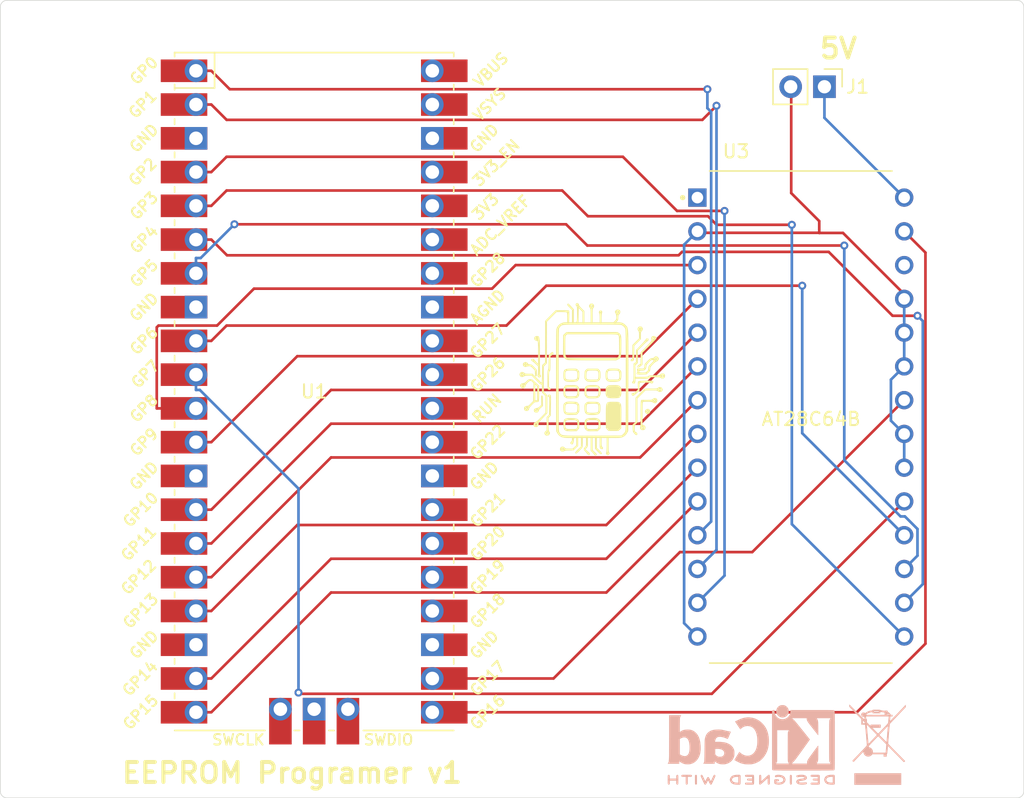
<source format=kicad_pcb>
(kicad_pcb (version 20240108) (generator "pcbnew") (generator_version "8.0")
  (layers (0 "F.Cu" signal) (31 "B.Cu" signal) (34 "B.Paste" user) (35 "F.Paste" user) (36 "B.SilkS" user "B.Silkscreen") (37 "F.SilkS" user "F.Silkscreen") (38 "B.Mask" user) (39 "F.Mask" user) (44 "Edge.Cuts" user))
  (net 0 "")
  (net 1 "GND")
  (net 2 "Net-(U1-GPIO1)")
  (net 3 "Net-(U1-GPIO15)")
  (net 4 "Net-(U1-GPIO6)")
  (net 5 "Net-(U1-GPIO3)")
  (net 6 "Net-(U1-GPIO7)")
  (net 7 "Net-(U1-GPIO14)")
  (net 8 "Net-(U1-GPIO8)")
  (net 9 "Net-(U1-GPIO9)")
  (net 10 "Net-(U1-GPIO2)")
  (net 11 "Net-(U1-GPIO0)")
  (net 12 "Net-(U1-GPIO12)")
  (net 13 "Net-(U1-GPIO4)")
  (net 14 "Net-(U1-GPIO17)")
  (net 15 "Net-(U1-GPIO5)")
  (net 16 "VCC")
  (net 17 "Net-(U1-GPIO16)")
  (net 18 "Net-(U1-GPIO13)")
  (net 19 "Net-(U1-GPIO11)")
  (net 20 "Net-(U1-GPIO10)")
  (footprint "AT28C64B-15PU:DIP1555W45P254L3733H482Q28" (layer "F.Cu") (at 95.2213 55.35)
    (property "Reference" "U3" (at -4.875 -19.985 0) (layer "F.SilkS"))
    (property "Value" "AT28C64B" (at 0.7787 0.15 0) (layer "F.SilkS"))
    (pad "1" thru_hole rect (at -7.77875 -16.51) (size 1.378 1.378) (drill 0.87) (layers "*.Cu" "*.Mask"))
    (pad "2" thru_hole circle (at -7.77875 -13.97) (size 1.378 1.378) (drill 0.87) (layers "*.Cu" "*.Mask") (net 1 "GND"))
    (pad "3" thru_hole circle (at -7.77875 -11.43) (size 1.378 1.378) (drill 0.87) (layers "*.Cu" "*.Mask") (net 8 "Net-(U1-GPIO8)"))
    (pad "4" thru_hole circle (at -7.77875 -8.89) (size 1.378 1.378) (drill 0.87) (layers "*.Cu" "*.Mask") (net 9 "Net-(U1-GPIO9)"))
    (pad "5" thru_hole circle (at -7.77875 -6.35) (size 1.378 1.378) (drill 0.87) (layers "*.Cu" "*.Mask") (net 20 "Net-(U1-GPIO10)"))
    (pad "6" thru_hole circle (at -7.77875 -3.81) (size 1.378 1.378) (drill 0.87) (layers "*.Cu" "*.Mask") (net 19 "Net-(U1-GPIO11)"))
    (pad "7" thru_hole circle (at -7.77875 -1.27) (size 1.378 1.378) (drill 0.87) (layers "*.Cu" "*.Mask") (net 12 "Net-(U1-GPIO12)"))
    (pad "8" thru_hole circle (at -7.77875 1.27) (size 1.378 1.378) (drill 0.87) (layers "*.Cu" "*.Mask") (net 18 "Net-(U1-GPIO13)"))
    (pad "9" thru_hole circle (at -7.77875 3.81) (size 1.378 1.378) (drill 0.87) (layers "*.Cu" "*.Mask") (net 7 "Net-(U1-GPIO14)"))
    (pad "10" thru_hole circle (at -7.77875 6.35) (size 1.378 1.378) (drill 0.87) (layers "*.Cu" "*.Mask") (net 3 "Net-(U1-GPIO15)"))
    (pad "11" thru_hole circle (at -7.77875 8.89) (size 1.378 1.378) (drill 0.87) (layers "*.Cu" "*.Mask") (net 11 "Net-(U1-GPIO0)"))
    (pad "12" thru_hole circle (at -7.77875 11.43) (size 1.378 1.378) (drill 0.87) (layers "*.Cu" "*.Mask") (net 2 "Net-(U1-GPIO1)"))
    (pad "13" thru_hole circle (at -7.77875 13.97) (size 1.378 1.378) (drill 0.87) (layers "*.Cu" "*.Mask") (net 10 "Net-(U1-GPIO2)"))
    (pad "14" thru_hole circle (at -7.77875 16.51) (size 1.378 1.378) (drill 0.87) (layers "*.Cu" "*.Mask") (net 1 "GND"))
    (pad "15" thru_hole circle (at 7.77875 16.51) (size 1.378 1.378) (drill 0.87) (layers "*.Cu" "*.Mask") (net 5 "Net-(U1-GPIO3)"))
    (pad "16" thru_hole circle (at 7.77875 13.97) (size 1.378 1.378) (drill 0.87) (layers "*.Cu" "*.Mask") (net 13 "Net-(U1-GPIO4)"))
    (pad "17" thru_hole circle (at 7.77875 11.43) (size 1.378 1.378) (drill 0.87) (layers "*.Cu" "*.Mask") (net 15 "Net-(U1-GPIO5)"))
    (pad "18" thru_hole circle (at 7.77875 8.89) (size 1.378 1.378) (drill 0.87) (layers "*.Cu" "*.Mask") (net 4 "Net-(U1-GPIO6)"))
    (pad "19" thru_hole circle (at 7.77875 6.35) (size 1.378 1.378) (drill 0.87) (layers "*.Cu" "*.Mask") (net 6 "Net-(U1-GPIO7)"))
    (pad "20" thru_hole circle (at 7.77875 3.81) (size 1.378 1.378) (drill 0.87) (layers "*.Cu" "*.Mask") (net 1 "GND"))
    (pad "21" thru_hole circle (at 7.77875 1.27) (size 1.378 1.378) (drill 0.87) (layers "*.Cu" "*.Mask") (net 1 "GND"))
    (pad "22" thru_hole circle (at 7.77875 -1.27) (size 1.378 1.378) (drill 0.87) (layers "*.Cu" "*.Mask") (net 14 "Net-(U1-GPIO17)"))
    (pad "23" thru_hole circle (at 7.77875 -3.81) (size 1.378 1.378) (drill 0.87) (layers "*.Cu" "*.Mask") (net 1 "GND"))
    (pad "24" thru_hole circle (at 7.77875 -6.35) (size 1.378 1.378) (drill 0.87) (layers "*.Cu" "*.Mask") (net 1 "GND"))
    (pad "25" thru_hole circle (at 7.77875 -8.89) (size 1.378 1.378) (drill 0.87) (layers "*.Cu" "*.Mask") (net 1 "GND"))
    (pad "26" thru_hole circle (at 7.77875 -11.43) (size 1.378 1.378) (drill 0.87) (layers "*.Cu" "*.Mask"))
    (pad "27" thru_hole circle (at 7.77875 -13.97) (size 1.378 1.378) (drill 0.87) (layers "*.Cu" "*.Mask") (net 17 "Net-(U1-GPIO16)"))
    (pad "28" thru_hole circle (at 7.77875 -16.51) (size 1.378 1.378) (drill 0.87) (layers "*.Cu" "*.Mask") (net 16 "VCC"))
  )
  (footprint "MountingHole:MountingHole_2.2mm_M2_DIN965" (layer "F.Cu") (at 109.5 81.5)
    (property "Reference" "REF**" (hide yes))
    (property "Value" "MountingHole_2.2mm_M2_DIN965" (hide yes))
    (pad "" np_thru_hole circle (at 0 0) (size 2.2 2.2) (drill 2.2) (layers "F&B.Cu" "*.Mask"))
  )
  (footprint "CalculatorLogo:CalculatorLogo" (layer "F.Cu") (at 79.5 52.5)
    (property "Reference" "G***" (hide yes))
    (property "Value" "LOGO" (hide yes))
  )
  (footprint "MountingHole:MountingHole_2.2mm_M2_DIN965" (layer "F.Cu") (at 39.5 26.5)
    (property "Reference" "REF**" (hide yes))
    (property "Value" "MountingHole_2.2mm_M2_DIN965" (hide yes))
    (pad "" np_thru_hole circle (at 0 0) (size 2.2 2.2) (drill 2.2) (layers "*.Cu" "*.Mask"))
  )
  (footprint "Connector_PinHeader_2.54mm:PinHeader_1x02_P2.54mm_Vertical" (layer "F.Cu") (at 97 30.5 -90)
    (property "Reference" "J1" (at 0 -2.5 180) (layer "F.SilkS"))
    (property "Value" "Conn_01x02_Pin" (hide yes))
    (pad "1" thru_hole rect (at 0 0 270) (size 1.7 1.7) (drill 1) (layers "*.Cu" "*.Mask") (net 16 "VCC"))
    (pad "2" thru_hole oval (at 0 2.54 270) (size 1.7 1.7) (drill 1) (layers "*.Cu" "*.Mask") (net 1 "GND"))
  )
  (footprint "MountingHole:MountingHole_2.2mm_M2_DIN965" (layer "F.Cu") (at 109.5 26.5)
    (property "Reference" "REF**" (hide yes))
    (property "Value" "MountingHole_2.2mm_M2_DIN965" (hide yes))
    (pad "" np_thru_hole circle (at 0 0) (size 2.2 2.2) (drill 2.2) (layers "F&B.Cu" "*.Mask"))
  )
  (footprint "MountingHole:MountingHole_2.2mm_M2_DIN965" (layer "F.Cu") (at 39.5 81.5)
    (property "Reference" "REF**" (hide yes))
    (property "Value" "MountingHole_2.2mm_M2_DIN965" (hide yes))
    (pad "" np_thru_hole circle (at 0 0) (size 2.2 2.2) (drill 2.2) (layers "F&B.Cu" "*.Mask"))
  )
  (footprint "RP_Silicon_KiCad-main:RPi_Pico_SMD_TH" (layer "F.Cu") (at 58.61 53.43)
    (property "Reference" "U1" (at 0 0 0) (layer "F.SilkS"))
    (property "Value" "Pico")
    (fp_text user "GND" (at -12.8 19.05 45) (layer "F.SilkS") (effects (font (size 0.8 0.8))))
    (fp_text user "VBUS" (at 13.3 -24.2 45) (layer "F.SilkS") (effects (font (size 0.8 0.8))))
    (fp_text user "GP17" (at 13.054 21.59 45) (layer "F.SilkS") (effects (font (size 0.8 0.8))))
    (fp_text user "GP26" (at 13.054 -1.27 45) (layer "F.SilkS") (effects (font (size 0.8 0.8))))
    (fp_text user "GP21" (at 13.054 8.9 45) (layer "F.SilkS") (effects (font (size 0.8 0.8))))
    (fp_text user "GP8" (at -12.8 1.27 45) (layer "F.SilkS") (effects (font (size 0.8 0.8))))
    (fp_text user "GP5" (at -12.8 -8.89 45) (layer "F.SilkS") (effects (font (size 0.8 0.8))))
    (fp_text user "GP18" (at 13.054 16.51 45) (layer "F.SilkS") (effects (font (size 0.8 0.8))))
    (fp_text user "GP15" (at -13.054 24.13 45) (layer "F.SilkS") (effects (font (size 0.8 0.8))))
    (fp_text user "GP3" (at -12.8 -13.97 45) (layer "F.SilkS") (effects (font (size 0.8 0.8))))
    (fp_text user "RUN" (at 13 1.27 45) (layer "F.SilkS") (effects (font (size 0.8 0.8))))
    (fp_text user "GP7" (at -12.7 -1.3 45) (layer "F.SilkS") (effects (font (size 0.8 0.8))))
    (fp_text user "GND" (at 12.8 6.35 45) (layer "F.SilkS") (effects (font (size 0.8 0.8))))
    (fp_text user "SWCLK" (at -5.7 26.2 0) (layer "F.SilkS") (effects (font (size 0.8 0.8))))
    (fp_text user "GP6" (at -12.8 -3.81 45) (layer "F.SilkS") (effects (font (size 0.8 0.8))))
    (fp_text user "GP19" (at 13.054 13.97 45) (layer "F.SilkS") (effects (font (size 0.8 0.8))))
    (fp_text user "GND" (at 12.8 -19.05 45) (layer "F.SilkS") (effects (font (size 0.8 0.8))))
    (fp_text user "GP9" (at -12.8 3.81 45) (layer "F.SilkS") (effects (font (size 0.8 0.8))))
    (fp_text user "GP12" (at -13.2 13.97 45) (layer "F.SilkS") (effects (font (size 0.8 0.8))))
    (fp_text user "GP10" (at -13.054 8.89 45) (layer "F.SilkS") (effects (font (size 0.8 0.8))))
    (fp_text user "GP20" (at 13.054 11.43 45) (layer "F.SilkS") (effects (font (size 0.8 0.8))))
    (fp_text user "3V3" (at 12.9 -13.9 45) (layer "F.SilkS") (effects (font (size 0.8 0.8))))
    (fp_text user "GP14" (at -13.1 21.59 45) (layer "F.SilkS") (effects (font (size 0.8 0.8))))
    (fp_text user "VSYS" (at 13.2 -21.59 45) (layer "F.SilkS") (effects (font (size 0.8 0.8))))
    (fp_text user "GND" (at -12.8 -19.05 45) (layer "F.SilkS") (effects (font (size 0.8 0.8))))
    (fp_text user "GP2" (at -12.9 -16.51 45) (layer "F.SilkS") (effects (font (size 0.8 0.8))))
    (fp_text user "GP4" (at -12.8 -11.43 45) (layer "F.SilkS") (effects (font (size 0.8 0.8))))
    (fp_text user "GND" (at 12.8 19.05 45) (layer "F.SilkS") (effects (font (size 0.8 0.8))))
    (fp_text user "ADC_VREF" (at 14 -12.5 45) (layer "F.SilkS") (effects (font (size 0.8 0.8))))
    (fp_text user "GP28" (at 13.054 -9.144 45) (layer "F.SilkS") (effects (font (size 0.8 0.8))))
    (fp_text user "GP13" (at -13.054 16.51 45) (layer "F.SilkS") (effects (font (size 0.8 0.8))))
    (fp_text user "GND" (at -12.8 6.35 45) (layer "F.SilkS") (effects (font (size 0.8 0.8))))
    (fp_text user "GP16" (at 13.054 24.13 45) (layer "F.SilkS") (effects (font (size 0.8 0.8))))
    (fp_text user "SWDIO" (at 5.6 26.2 0) (layer "F.SilkS") (effects (font (size 0.8 0.8))))
    (fp_text user "GP1" (at -12.9 -21.6 45) (layer "F.SilkS") (effects (font (size 0.8 0.8))))
    (fp_text user "AGND" (at 13.054 -6.35 45) (layer "F.SilkS") (effects (font (size 0.8 0.8))))
    (fp_text user "GP11" (at -13.2 11.43 45) (layer "F.SilkS") (effects (font (size 0.8 0.8))))
    (fp_text user "GND" (at -12.8 -6.35 45) (layer "F.SilkS") (effects (font (size 0.8 0.8))))
    (fp_text user "3V3_EN" (at 13.7 -17.2 45) (layer "F.SilkS") (effects (font (size 0.8 0.8))))
    (fp_text user "GP0" (at -12.8 -24.13 45) (layer "F.SilkS") (effects (font (size 0.8 0.8))))
    (fp_text user "GP22" (at 13.054 3.81 45) (layer "F.SilkS") (effects (font (size 0.8 0.8))))
    (fp_text user "GP27" (at 13.054 -3.8 45) (layer "F.SilkS") (effects (font (size 0.8 0.8))))
    (pad "1" thru_hole oval (at -8.89 -24.13) (size 1.7 1.7) (drill 1.02) (layers "*.Cu" "*.Mask") (net 11 "Net-(U1-GPIO0)"))
    (pad "1" smd rect (at -8.89 -24.13) (size 3.5 1.7) (drill (offset -0.9 0)) (layers "F.Cu" "F.Mask") (net 11 "Net-(U1-GPIO0)"))
    (pad "2" thru_hole oval (at -8.89 -21.59) (size 1.7 1.7) (drill 1.02) (layers "*.Cu" "*.Mask") (net 2 "Net-(U1-GPIO1)"))
    (pad "2" smd rect (at -8.89 -21.59) (size 3.5 1.7) (drill (offset -0.9 0)) (layers "F.Cu" "F.Mask") (net 2 "Net-(U1-GPIO1)"))
    (pad "3" thru_hole rect (at -8.89 -19.05) (size 1.7 1.7) (drill 1.02) (layers "*.Cu" "*.Mask"))
    (pad "3" smd rect (at -8.89 -19.05) (size 3.5 1.7) (drill (offset -0.9 0)) (layers "F.Cu" "F.Mask"))
    (pad "4" thru_hole oval (at -8.89 -16.51) (size 1.7 1.7) (drill 1.02) (layers "*.Cu" "*.Mask") (net 10 "Net-(U1-GPIO2)"))
    (pad "4" smd rect (at -8.89 -16.51) (size 3.5 1.7) (drill (offset -0.9 0)) (layers "F.Cu" "F.Mask") (net 10 "Net-(U1-GPIO2)"))
    (pad "5" thru_hole oval (at -8.89 -13.97) (size 1.7 1.7) (drill 1.02) (layers "*.Cu" "*.Mask") (net 5 "Net-(U1-GPIO3)"))
    (pad "5" smd rect (at -8.89 -13.97) (size 3.5 1.7) (drill (offset -0.9 0)) (layers "F.Cu" "F.Mask") (net 5 "Net-(U1-GPIO3)"))
    (pad "6" thru_hole oval (at -8.89 -11.43) (size 1.7 1.7) (drill 1.02) (layers "*.Cu" "*.Mask") (net 13 "Net-(U1-GPIO4)"))
    (pad "6" smd rect (at -8.89 -11.43) (size 3.5 1.7) (drill (offset -0.9 0)) (layers "F.Cu" "F.Mask") (net 13 "Net-(U1-GPIO4)"))
    (pad "7" thru_hole oval (at -8.89 -8.89) (size 1.7 1.7) (drill 1.02) (layers "*.Cu" "*.Mask") (net 15 "Net-(U1-GPIO5)"))
    (pad "7" smd rect (at -8.89 -8.89) (size 3.5 1.7) (drill (offset -0.9 0)) (layers "F.Cu" "F.Mask") (net 15 "Net-(U1-GPIO5)"))
    (pad "8" thru_hole rect (at -8.89 -6.35) (size 1.7 1.7) (drill 1.02) (layers "*.Cu" "*.Mask"))
    (pad "8" smd rect (at -8.89 -6.35) (size 3.5 1.7) (drill (offset -0.9 0)) (layers "F.Cu" "F.Mask"))
    (pad "9" thru_hole oval (at -8.89 -3.81) (size 1.7 1.7) (drill 1.02) (layers "*.Cu" "*.Mask") (net 4 "Net-(U1-GPIO6)"))
    (pad "9" smd rect (at -8.89 -3.81) (size 3.5 1.7) (drill (offset -0.9 0)) (layers "F.Cu" "F.Mask") (net 4 "Net-(U1-GPIO6)"))
    (pad "10" thru_hole oval (at -8.89 -1.27) (size 1.7 1.7) (drill 1.02) (layers "*.Cu" "*.Mask") (net 6 "Net-(U1-GPIO7)"))
    (pad "10" smd rect (at -8.89 -1.27) (size 3.5 1.7) (drill (offset -0.9 0)) (layers "F.Cu" "F.Mask") (net 6 "Net-(U1-GPIO7)"))
    (pad "11" thru_hole oval (at -8.89 1.27) (size 1.7 1.7) (drill 1.02) (layers "*.Cu" "*.Mask") (net 8 "Net-(U1-GPIO8)"))
    (pad "11" smd rect (at -8.89 1.27) (size 3.5 1.7) (drill (offset -0.9 0)) (layers "F.Cu" "F.Mask") (net 8 "Net-(U1-GPIO8)"))
    (pad "12" thru_hole oval (at -8.89 3.81) (size 1.7 1.7) (drill 1.02) (layers "*.Cu" "*.Mask") (net 9 "Net-(U1-GPIO9)"))
    (pad "12" smd rect (at -8.89 3.81) (size 3.5 1.7) (drill (offset -0.9 0)) (layers "F.Cu" "F.Mask") (net 9 "Net-(U1-GPIO9)"))
    (pad "13" thru_hole rect (at -8.89 6.35) (size 1.7 1.7) (drill 1.02) (layers "*.Cu" "*.Mask"))
    (pad "13" smd rect (at -8.89 6.35) (size 3.5 1.7) (drill (offset -0.9 0)) (layers "F.Cu" "F.Mask"))
    (pad "14" thru_hole oval (at -8.89 8.89) (size 1.7 1.7) (drill 1.02) (layers "*.Cu" "*.Mask") (net 20 "Net-(U1-GPIO10)"))
    (pad "14" smd rect (at -8.89 8.89) (size 3.5 1.7) (drill (offset -0.9 0)) (layers "F.Cu" "F.Mask") (net 20 "Net-(U1-GPIO10)"))
    (pad "15" thru_hole oval (at -8.89 11.43) (size 1.7 1.7) (drill 1.02) (layers "*.Cu" "*.Mask") (net 19 "Net-(U1-GPIO11)"))
    (pad "15" smd rect (at -8.89 11.43) (size 3.5 1.7) (drill (offset -0.9 0)) (layers "F.Cu" "F.Mask") (net 19 "Net-(U1-GPIO11)"))
    (pad "16" thru_hole oval (at -8.89 13.97) (size 1.7 1.7) (drill 1.02) (layers "*.Cu" "*.Mask") (net 12 "Net-(U1-GPIO12)"))
    (pad "16" smd rect (at -8.89 13.97) (size 3.5 1.7) (drill (offset -0.9 0)) (layers "F.Cu" "F.Mask") (net 12 "Net-(U1-GPIO12)"))
    (pad "17" thru_hole oval (at -8.89 16.51) (size 1.7 1.7) (drill 1.02) (layers "*.Cu" "*.Mask") (net 18 "Net-(U1-GPIO13)"))
    (pad "17" smd rect (at -8.89 16.51) (size 3.5 1.7) (drill (offset -0.9 0)) (layers "F.Cu" "F.Mask") (net 18 "Net-(U1-GPIO13)"))
    (pad "18" thru_hole rect (at -8.89 19.05) (size 1.7 1.7) (drill 1.02) (layers "*.Cu" "*.Mask"))
    (pad "18" smd rect (at -8.89 19.05) (size 3.5 1.7) (drill (offset -0.9 0)) (layers "F.Cu" "F.Mask"))
    (pad "19" thru_hole oval (at -8.89 21.59) (size 1.7 1.7) (drill 1.02) (layers "*.Cu" "*.Mask") (net 7 "Net-(U1-GPIO14)"))
    (pad "19" smd rect (at -8.89 21.59) (size 3.5 1.7) (drill (offset -0.9 0)) (layers "F.Cu" "F.Mask") (net 7 "Net-(U1-GPIO14)"))
    (pad "20" thru_hole oval (at -8.89 24.13) (size 1.7 1.7) (drill 1.02) (layers "*.Cu" "*.Mask") (net 3 "Net-(U1-GPIO15)"))
    (pad "20" smd rect (at -8.89 24.13) (size 3.5 1.7) (drill (offset -0.9 0)) (layers "F.Cu" "F.Mask") (net 3 "Net-(U1-GPIO15)"))
    (pad "21" thru_hole oval (at 8.89 24.13) (size 1.7 1.7) (drill 1.02) (layers "*.Cu" "*.Mask") (net 17 "Net-(U1-GPIO16)"))
    (pad "21" smd rect (at 8.89 24.13) (size 3.5 1.7) (drill (offset 0.9 0)) (layers "F.Cu" "F.Mask") (net 17 "Net-(U1-GPIO16)"))
    (pad "22" thru_hole oval (at 8.89 21.59) (size 1.7 1.7) (drill 1.02) (layers "*.Cu" "*.Mask") (net 14 "Net-(U1-GPIO17)"))
    (pad "22" smd rect (at 8.89 21.59) (size 3.5 1.7) (drill (offset 0.9 0)) (layers "F.Cu" "F.Mask") (net 14 "Net-(U1-GPIO17)"))
    (pad "23" thru_hole rect (at 8.89 19.05) (size 1.7 1.7) (drill 1.02) (layers "*.Cu" "*.Mask"))
    (pad "23" smd rect (at 8.89 19.05) (size 3.5 1.7) (drill (offset 0.9 0)) (layers "F.Cu" "F.Mask"))
    (pad "24" thru_hole oval (at 8.89 16.51) (size 1.7 1.7) (drill 1.02) (layers "*.Cu" "*.Mask"))
    (pad "24" smd rect (at 8.89 16.51) (size 3.5 1.7) (drill (offset 0.9 0)) (layers "F.Cu" "F.Mask"))
    (pad "25" thru_hole oval (at 8.89 13.97) (size 1.7 1.7) (drill 1.02) (layers "*.Cu" "*.Mask"))
    (pad "25" smd rect (at 8.89 13.97) (size 3.5 1.7) (drill (offset 0.9 0)) (layers "F.Cu" "F.Mask"))
    (pad "26" thru_hole oval (at 8.89 11.43) (size 1.7 1.7) (drill 1.02) (layers "*.Cu" "*.Mask"))
    (pad "26" smd rect (at 8.89 11.43) (size 3.5 1.7) (drill (offset 0.9 0)) (layers "F.Cu" "F.Mask"))
    (pad "27" thru_hole oval (at 8.89 8.89) (size 1.7 1.7) (drill 1.02) (layers "*.Cu" "*.Mask"))
    (pad "27" smd rect (at 8.89 8.89) (size 3.5 1.7) (drill (offset 0.9 0)) (layers "F.Cu" "F.Mask"))
    (pad "28" thru_hole rect (at 8.89 6.35) (size 1.7 1.7) (drill 1.02) (layers "*.Cu" "*.Mask"))
    (pad "28" smd rect (at 8.89 6.35) (size 3.5 1.7) (drill (offset 0.9 0)) (layers "F.Cu" "F.Mask"))
    (pad "29" thru_hole oval (at 8.89 3.81) (size 1.7 1.7) (drill 1.02) (layers "*.Cu" "*.Mask"))
    (pad "29" smd rect (at 8.89 3.81) (size 3.5 1.7) (drill (offset 0.9 0)) (layers "F.Cu" "F.Mask"))
    (pad "30" thru_hole oval (at 8.89 1.27) (size 1.7 1.7) (drill 1.02) (layers "*.Cu" "*.Mask"))
    (pad "30" smd rect (at 8.89 1.27) (size 3.5 1.7) (drill (offset 0.9 0)) (layers "F.Cu" "F.Mask"))
    (pad "31" thru_hole oval (at 8.89 -1.27) (size 1.7 1.7) (drill 1.02) (layers "*.Cu" "*.Mask"))
    (pad "31" smd rect (at 8.89 -1.27) (size 3.5 1.7) (drill (offset 0.9 0)) (layers "F.Cu" "F.Mask"))
    (pad "32" thru_hole oval (at 8.89 -3.81) (size 1.7 1.7) (drill 1.02) (layers "*.Cu" "*.Mask"))
    (pad "32" smd rect (at 8.89 -3.81) (size 3.5 1.7) (drill (offset 0.9 0)) (layers "F.Cu" "F.Mask"))
    (pad "33" thru_hole rect (at 8.89 -6.35) (size 1.7 1.7) (drill 1.02) (layers "*.Cu" "*.Mask"))
    (pad "33" smd rect (at 8.89 -6.35) (size 3.5 1.7) (drill (offset 0.9 0)) (layers "F.Cu" "F.Mask"))
    (pad "34" thru_hole oval (at 8.89 -8.89) (size 1.7 1.7) (drill 1.02) (layers "*.Cu" "*.Mask"))
    (pad "34" smd rect (at 8.89 -8.89) (size 3.5 1.7) (drill (offset 0.9 0)) (layers "F.Cu" "F.Mask"))
    (pad "35" thru_hole oval (at 8.89 -11.43) (size 1.7 1.7) (drill 1.02) (layers "*.Cu" "*.Mask"))
    (pad "35" smd rect (at 8.89 -11.43) (size 3.5 1.7) (drill (offset 0.9 0)) (layers "F.Cu" "F.Mask"))
    (pad "36" thru_hole oval (at 8.89 -13.97) (size 1.7 1.7) (drill 1.02) (layers "*.Cu" "*.Mask"))
    (pad "36" smd rect (at 8.89 -13.97) (size 3.5 1.7) (drill (offset 0.9 0)) (layers "F.Cu" "F.Mask"))
    (pad "37" thru_hole oval (at 8.89 -16.51) (size 1.7 1.7) (drill 1.02) (layers "*.Cu" "*.Mask"))
    (pad "37" smd rect (at 8.89 -16.51) (size 3.5 1.7) (drill (offset 0.9 0)) (layers "F.Cu" "F.Mask"))
    (pad "38" thru_hole rect (at 8.89 -19.05) (size 1.7 1.7) (drill 1.02) (layers "*.Cu" "*.Mask"))
    (pad "38" smd rect (at 8.89 -19.05) (size 3.5 1.7) (drill (offset 0.9 0)) (layers "F.Cu" "F.Mask"))
    (pad "39" thru_hole oval (at 8.89 -21.59) (size 1.7 1.7) (drill 1.02) (layers "*.Cu" "*.Mask"))
    (pad "39" smd rect (at 8.89 -21.59) (size 3.5 1.7) (drill (offset 0.9 0)) (layers "F.Cu" "F.Mask"))
    (pad "40" thru_hole oval (at 8.89 -24.13) (size 1.7 1.7) (drill 1.02) (layers "*.Cu" "*.Mask"))
    (pad "40" smd rect (at 8.89 -24.13) (size 3.5 1.7) (drill (offset 0.9 0)) (layers "F.Cu" "F.Mask"))
    (pad "41" thru_hole oval (at -2.54 23.9) (size 1.7 1.7) (drill 1.02) (layers "*.Cu" "*.Mask"))
    (pad "41" smd rect (at -2.54 23.9 90) (size 3.5 1.7) (drill (offset -0.9 0)) (layers "F.Cu" "F.Mask"))
    (pad "42" thru_hole rect (at 0 23.9) (size 1.7 1.7) (drill 1.02) (layers "*.Cu" "*.Mask"))
    (pad "42" smd rect (at 0 23.9 90) (size 3.5 1.7) (drill (offset -0.9 0)) (layers "F.Cu" "F.Mask"))
    (pad "43" thru_hole oval (at 2.54 23.9) (size 1.7 1.7) (drill 1.02) (layers "*.Cu" "*.Mask"))
    (pad "43" smd rect (at 2.54 23.9 90) (size 3.5 1.7) (drill (offset -0.9 0)) (layers "F.Cu" "F.Mask"))
  )
  (footprint "Symbol:KiCad-Logo2_5mm_SilkScreen" (layer "B.Cu") (at 91.5 80 180)
    (property "Reference" "REF**" (hide yes))
    (property "Value" "KiCad-Logo2_5mm_SilkScreen" (hide yes))
  )
  (footprint "Symbol:WEEE-Logo_4.2x6mm_SilkScreen" (layer "B.Cu") (at 101 80 180)
    (property "Reference" "REF**" (hide yes))
    (property "Value" "WEEE-Logo_4.2x6mm_SilkScreen" (hide yes))
  )
  (gr_line (start 111.5 24) (end 35.5 24) (stroke (width 0.05)) (layer "Edge.Cuts"))
  (gr_line (start 112 83.5) (end 112 24.5) (stroke (width 0.05)) (layer "Edge.Cuts"))
  (gr_arc (start 35.5 84) (mid 35.146447 83.853553) (end 35 83.5) (stroke (width 0.05)) (layer "Edge.Cuts"))
  (gr_arc (start 35 24.5) (mid 35.146447 24.146447) (end 35.5 24) (stroke (width 0.05)) (layer "Edge.Cuts"))
  (gr_arc (start 111.5 24) (mid 111.853553 24.146447) (end 112 24.5) (stroke (width 0.05)) (layer "Edge.Cuts"))
  (gr_arc (start 112 83.5) (mid 111.853553 83.853553) (end 111.5 84) (stroke (width 0.05)) (layer "Edge.Cuts"))
  (gr_line (start 35.5 84) (end 111.5 84) (stroke (width 0.05)) (layer "Edge.Cuts"))
  (gr_line (start 35 24.5) (end 35 83.5) (stroke (width 0.05)) (layer "Edge.Cuts"))
  (gr_text "EEPROM Programer v1" (at 44 83 0) (layer "F.SilkS") (effects (font (size 1.5 1.5) (thickness 0.3) (bold yes)) (justify left bottom)))
  (gr_text "5V" (at 96.5 28.5 0) (layer "F.SilkS") (effects (font (size 1.5 1.5) (thickness 0.3) (bold yes)) (justify left bottom)))
  (segment (start 94.5 30.54) (end 94.5 38.5) (width 0.2) (layer "F.Cu") (net 1))
  (segment (start 96.6087 41.4887) (end 96.62 41.5) (width 0.2) (layer "F.Cu") (net 1))
  (segment (start 94.5 30.54) (end 94.46 30.5) (width 0.2) (layer "F.Cu") (net 1))
  (segment (start 96.6087 40.6087) (end 96.6087 41.4887) (width 0.2) (layer "F.Cu") (net 1))
  (segment (start 96.62 41.5) (end 98.3968 41.5) (width 0.2) (layer "F.Cu") (net 1))
  (segment (start 103.0001 46.1033) (end 103.0001 46.46) (width 0.2) (layer "F.Cu") (net 1))
  (segment (start 87.5513 41.4887) (end 96.6087 41.4887) (width 0.2) (layer "F.Cu") (net 1))
  (segment (start 98.3968 41.5) (end 103.0001 46.1033) (width 0.2) (layer "F.Cu") (net 1))
  (segment (start 87.4426 41.38) (end 87.5513 41.4887) (width 0.2) (layer "F.Cu") (net 1))
  (segment (start 94.5 38.5) (end 96.6087 40.6087) (width 0.2) (layer "F.Cu") (net 1))
  (segment (start 103.0001 56.62) (end 102.002 55.6219) (width 0.2) (layer "B.Cu") (net 1))
  (segment (start 102.002 55.6219) (end 102.002 52.5381) (width 0.2) (layer "B.Cu") (net 1))
  (segment (start 86.443 70.8604) (end 86.443 42.3796) (width 0.2) (layer "B.Cu") (net 1))
  (segment (start 86.443 42.3796) (end 87.4426 41.38) (width 0.2) (layer "B.Cu") (net 1))
  (segment (start 102.002 52.5381) (end 103.0001 51.54) (width 0.2) (layer "B.Cu") (net 1))
  (segment (start 103.0001 56.62) (end 103.0001 59.16) (width 0.2) (layer "B.Cu") (net 1))
  (segment (start 103.0001 46.46) (end 103.0001 49) (width 0.2) (layer "B.Cu") (net 1))
  (segment (start 103.0001 49) (end 103.0001 51.54) (width 0.2) (layer "B.Cu") (net 1))
  (segment (start 87.4426 71.86) (end 86.443 70.8604) (width 0.2) (layer "B.Cu") (net 1))
  (segment (start 49.72 31.84) (end 50.8717 31.84) (width 0.2) (layer "F.Cu") (net 2))
  (segment (start 52.0234 32.9917) (end 87.8163 32.9917) (width 0.2) (layer "F.Cu") (net 2))
  (segment (start 87.8163 32.9917) (end 88.8791 31.9289) (width 0.2) (layer "F.Cu") (net 2))
  (segment (start 50.8717 31.84) (end 52.0234 32.9917) (width 0.2) (layer "F.Cu") (net 2))
  (via (at 88.8791 31.9289) (size 0.6) (drill 0.3) (layers "F.Cu" "B.Cu") (net 2))
  (segment (start 87.4426 66.78) (end 88.8791 65.3435) (width 0.2) (layer "B.Cu") (net 2))
  (segment (start 88.8791 65.3435) (end 88.8791 31.9289) (width 0.2) (layer "B.Cu") (net 2))
  (segment (start 80.5909 68.5517) (end 59.88 68.5517) (width 0.2) (layer "F.Cu") (net 3))
  (segment (start 59.88 68.5517) (end 50.8717 77.56) (width 0.2) (layer "F.Cu") (net 3))
  (segment (start 87.4426 61.7) (end 80.5909 68.5517) (width 0.2) (layer "F.Cu") (net 3))
  (segment (start 49.72 77.56) (end 50.8717 77.56) (width 0.2) (layer "F.Cu") (net 3))
  (segment (start 76.0762 45.4691) (end 95.3278 45.4691) (width 0.2) (layer "F.Cu") (net 4))
  (segment (start 73.077 48.4683) (end 76.0762 45.4691) (width 0.2) (layer "F.Cu") (net 4))
  (segment (start 50.8717 49.62) (end 52.0234 48.4683) (width 0.2) (layer "F.Cu") (net 4))
  (segment (start 52.0234 48.4683) (end 73.077 48.4683) (width 0.2) (layer "F.Cu") (net 4))
  (segment (start 49.72 49.62) (end 50.8717 49.62) (width 0.2) (layer "F.Cu") (net 4))
  (via (at 95.3278 45.4691) (size 0.6) (drill 0.3) (layers "F.Cu" "B.Cu") (net 4))
  (segment (start 95.3278 45.4691) (end 95.3278 56.5677) (width 0.2) (layer "B.Cu") (net 4))
  (segment (start 95.3278 56.5677) (end 103.0001 64.24) (width 0.2) (layer "B.Cu") (net 4))
  (segment (start 88.2428 40.2435) (end 79.2066 40.2435) (width 0.2) (layer "F.Cu") (net 5))
  (segment (start 52.0234 38.3083) (end 50.8717 39.46) (width 0.2) (layer "F.Cu") (net 5))
  (segment (start 88.8863 40.887) (end 88.2428 40.2435) (width 0.2) (layer "F.Cu") (net 5))
  (segment (start 77.2714 38.3083) (end 52.0234 38.3083) (width 0.2) (layer "F.Cu") (net 5))
  (segment (start 49.72 39.46) (end 50.8717 39.46) (width 0.2) (layer "F.Cu") (net 5))
  (segment (start 79.2066 40.2435) (end 77.2714 38.3083) (width 0.2) (layer "F.Cu") (net 5))
  (segment (start 94.5465 40.887) (end 88.8863 40.887) (width 0.2) (layer "F.Cu") (net 5))
  (via (at 94.5465 40.887) (size 0.6) (drill 0.3) (layers "F.Cu" "B.Cu") (net 5))
  (segment (start 103.0001 71.86) (end 94.5465 63.4064) (width 0.2) (layer "B.Cu") (net 5))
  (segment (start 94.5465 63.4064) (end 94.5465 40.887) (width 0.2) (layer "B.Cu") (net 5))
  (segment (start 88.5284 76.1717) (end 57.5218 76.1717) (width 0.2) (layer "F.Cu") (net 6))
  (segment (start 57.5218 76.1717) (end 57.4309 76.0808) (width 0.2) (layer "F.Cu") (net 6))
  (segment (start 103.0001 61.7) (end 88.5284 76.1717) (width 0.2) (layer "F.Cu") (net 6))
  (via (at 57.4309 76.0808) (size 0.6) (drill 0.3) (layers "F.Cu" "B.Cu") (net 6))
  (segment (start 49.72 52.16) (end 49.72 53.3117) (width 0.2) (layer "B.Cu") (net 6))
  (segment (start 49.72 53.3117) (end 50.0079 53.3117) (width 0.2) (layer "B.Cu") (net 6))
  (segment (start 50.0079 53.3117) (end 57.4309 60.7347) (width 0.2) (layer "B.Cu") (net 6))
  (segment (start 57.4309 60.7347) (end 57.4309 76.0808) (width 0.2) (layer "B.Cu") (net 6))
  (segment (start 80.5909 66.0117) (end 59.88 66.0117) (width 0.2) (layer "F.Cu") (net 7))
  (segment (start 49.72 75.02) (end 50.8717 75.02) (width 0.2) (layer "F.Cu") (net 7))
  (segment (start 87.4426 59.16) (end 80.5909 66.0117) (width 0.2) (layer "F.Cu") (net 7))
  (segment (start 59.88 66.0117) (end 50.8717 75.02) (width 0.2) (layer "F.Cu") (net 7))
  (segment (start 73.7634 43.92) (end 71.9917 45.6917) (width 0.2) (layer "F.Cu") (net 8))
  (segment (start 46.8996 48.4683) (end 46.7683 48.5996) (width 0.2) (layer "F.Cu") (net 8))
  (segment (start 87.4426 43.92) (end 73.7634 43.92) (width 0.2) (layer "F.Cu") (net 8))
  (segment (start 54.0821 45.6917) (end 51.3055 48.4683) (width 0.2) (layer "F.Cu") (net 8))
  (segment (start 71.9917 45.6917) (end 54.0821 45.6917) (width 0.2) (layer "F.Cu") (net 8))
  (segment (start 46.7683 48.5996) (end 46.7683 54.7) (width 0.2) (layer "F.Cu") (net 8))
  (segment (start 49.72 54.7) (end 46.7683 54.7) (width 0.2) (layer "F.Cu") (net 8))
  (segment (start 51.3055 48.4683) (end 46.8996 48.4683) (width 0.2) (layer "F.Cu") (net 8))
  (segment (start 87.4426 46.46) (end 83.1309 50.7717) (width 0.2) (layer "F.Cu") (net 9))
  (segment (start 49.72 57.24) (end 50.8717 57.24) (width 0.2) (layer "F.Cu") (net 9))
  (segment (start 83.1309 50.7717) (end 57.34 50.7717) (width 0.2) (layer "F.Cu") (net 9))
  (segment (start 57.34 50.7717) (end 50.8717 57.24) (width 0.2) (layer "F.Cu") (net 9))
  (segment (start 52.0234 35.7683) (end 81.8369 35.7683) (width 0.2) (layer "F.Cu") (net 10))
  (segment (start 85.9104 39.8418) (end 89.4827 39.8418) (width 0.2) (layer "F.Cu") (net 10))
  (segment (start 81.8369 35.7683) (end 85.9104 39.8418) (width 0.2) (layer "F.Cu") (net 10))
  (segment (start 50.8717 36.92) (end 52.0234 35.7683) (width 0.2) (layer "F.Cu") (net 10))
  (segment (start 49.72 36.92) (end 50.8717 36.92) (width 0.2) (layer "F.Cu") (net 10))
  (via (at 89.4827 39.8418) (size 0.6) (drill 0.3) (layers "F.Cu" "B.Cu") (net 10))
  (segment (start 87.4426 69.32) (end 89.4827 67.2799) (width 0.2) (layer "B.Cu") (net 10))
  (segment (start 89.4827 67.2799) (end 89.4827 39.8418) (width 0.2) (layer "B.Cu") (net 10))
  (segment (start 50.8717 29.3) (end 52.26 30.6883) (width 0.2) (layer "F.Cu") (net 11))
  (segment (start 52.26 30.6883) (end 88.1934 30.6883) (width 0.2) (layer "F.Cu") (net 11))
  (segment (start 49.72 29.3) (end 50.8717 29.3) (width 0.2) (layer "F.Cu") (net 11))
  (via (at 88.1934 30.6883) (size 0.6) (drill 0.3) (layers "F.Cu" "B.Cu") (net 11))
  (segment (start 87.4426 64.24) (end 88.4774 63.2052) (width 0.2) (layer "B.Cu") (net 11))
  (segment (start 88.4774 63.2052) (end 88.4774 32.3945) (width 0.2) (layer "B.Cu") (net 11))
  (segment (start 88.4774 32.3945) (end 88.1934 32.1105) (width 0.2) (layer "B.Cu") (net 11))
  (segment (start 88.1934 32.1105) (end 88.1934 30.6883) (width 0.2) (layer "B.Cu") (net 11))
  (segment (start 87.4426 54.08) (end 83.1309 58.3917) (width 0.2) (layer "F.Cu") (net 12))
  (segment (start 83.1309 58.3917) (end 59.88 58.3917) (width 0.2) (layer "F.Cu") (net 12))
  (segment (start 59.88 58.3917) (end 50.8717 67.4) (width 0.2) (layer "F.Cu") (net 12))
  (segment (start 49.72 67.4) (end 50.8717 67.4) (width 0.2) (layer "F.Cu") (net 12))
  (segment (start 52.0527 43.181) (end 86.0277 43.181) (width 0.2) (layer "F.Cu") (net 13))
  (segment (start 102.1241 47.73) (end 103.9988 47.73) (width 0.2) (layer "F.Cu") (net 13))
  (segment (start 50.8717 42) (end 52.0527 43.181) (width 0.2) (layer "F.Cu") (net 13))
  (segment (start 49.72 42) (end 50.8717 42) (width 0.2) (layer "F.Cu") (net 13))
  (segment (start 86.2842 42.9245) (end 97.3186 42.9245) (width 0.2) (layer "F.Cu") (net 13))
  (segment (start 86.0277 43.181) (end 86.2842 42.9245) (width 0.2) (layer "F.Cu") (net 13))
  (segment (start 97.3186 42.9245) (end 102.1241 47.73) (width 0.2) (layer "F.Cu") (net 13))
  (via (at 103.9988 47.73) (size 0.6) (drill 0.3) (layers "F.Cu" "B.Cu") (net 13))
  (segment (start 104.4005 67.9196) (end 104.4005 48.1317) (width 0.2) (layer "B.Cu") (net 13))
  (segment (start 103.0001 69.32) (end 104.4005 67.9196) (width 0.2) (layer "B.Cu") (net 13))
  (segment (start 104.4005 48.1317) (end 103.9988 47.73) (width 0.2) (layer "B.Cu") (net 13))
  (segment (start 86.1267 65.51) (end 76.6167 75.02) (width 0.2) (layer "F.Cu") (net 14))
  (segment (start 76.6167 75.02) (end 67.5 75.02) (width 0.2) (layer "F.Cu") (net 14))
  (segment (start 91.5701 65.51) (end 86.1267 65.51) (width 0.2) (layer "F.Cu") (net 14))
  (segment (start 103.0001 54.08) (end 91.5701 65.51) (width 0.2) (layer "F.Cu") (net 14))
  (segment (start 98.4919 42.446) (end 79.1589 42.446) (width 0.2) (layer "F.Cu") (net 15))
  (segment (start 77.5612 40.8483) (end 52.6106 40.8483) (width 0.2) (layer "F.Cu") (net 15))
  (segment (start 79.1589 42.446) (end 77.5612 40.8483) (width 0.2) (layer "F.Cu") (net 15))
  (via (at 52.6106 40.8483) (size 0.6) (drill 0.3) (layers "F.Cu" "B.Cu") (net 15))
  (via (at 98.4919 42.446) (size 0.6) (drill 0.3) (layers "F.Cu" "B.Cu") (net 15))
  (segment (start 103.0557 62.8286) (end 102.7277 62.8286) (width 0.2) (layer "B.Cu") (net 15))
  (segment (start 49.72 44.54) (end 49.72 43.3883) (width 0.2) (layer "B.Cu") (net 15))
  (segment (start 103.9988 65.7813) (end 103.9988 63.7717) (width 0.2) (layer "B.Cu") (net 15))
  (segment (start 98.4919 58.5928) (end 98.4919 42.446) (width 0.2) (layer "B.Cu") (net 15))
  (segment (start 50.0706 43.3883) (end 52.6106 40.8483) (width 0.2) (layer "B.Cu") (net 15))
  (segment (start 49.72 43.3883) (end 50.0706 43.3883) (width 0.2) (layer "B.Cu") (net 15))
  (segment (start 103.9988 63.7717) (end 103.0557 62.8286) (width 0.2) (layer "B.Cu") (net 15))
  (segment (start 103.0001 66.78) (end 103.9988 65.7813) (width 0.2) (layer "B.Cu") (net 15))
  (segment (start 102.7277 62.8286) (end 98.4919 58.5928) (width 0.2) (layer "B.Cu") (net 15))
  (segment (start 103.0001 38.84) (end 97 32.8399) (width 0.2) (layer "B.Cu") (net 16))
  (segment (start 97 32.8399) (end 97 30.5) (width 0.2) (layer "B.Cu") (net 16))
  (segment (start 104.5988 72.4012) (end 99.44 77.56) (width 0.2) (layer "F.Cu") (net 17))
  (segment (start 104.5988 42.97875) (end 104.5988 72.4012) (width 0.2) (layer "F.Cu") (net 17))
  (segment (start 99.44 77.56) (end 67.5 77.56) (width 0.2) (layer "F.Cu") (net 17))
  (segment (start 103.00005 41.38) (end 104.5988 42.97875) (width 0.2) (layer "F.Cu") (net 17))
  (segment (start 49.72 69.94) (end 50.8717 69.94) (width 0.2) (layer "F.Cu") (net 18))
  (segment (start 80.5909 63.4717) (end 57.34 63.4717) (width 0.2) (layer "F.Cu") (net 18))
  (segment (start 57.34 63.4717) (end 50.8717 69.94) (width 0.2) (layer "F.Cu") (net 18))
  (segment (start 87.4426 56.62) (end 80.5909 63.4717) (width 0.2) (layer "F.Cu") (net 18))
  (segment (start 59.88 55.8517) (end 50.8717 64.86) (width 0.2) (layer "F.Cu") (net 19))
  (segment (start 83.1309 55.8517) (end 59.88 55.8517) (width 0.2) (layer "F.Cu") (net 19))
  (segment (start 49.72 64.86) (end 50.8717 64.86) (width 0.2) (layer "F.Cu") (net 19))
  (segment (start 87.4426 51.54) (end 83.1309 55.8517) (width 0.2) (layer "F.Cu") (net 19))
  (segment (start 83.1309 53.3117) (end 59.88 53.3117) (width 0.2) (layer "F.Cu") (net 20))
  (segment (start 49.72 62.32) (end 50.8717 62.32) (width 0.2) (layer "F.Cu") (net 20))
  (segment (start 59.88 53.3117) (end 50.8717 62.32) (width 0.2) (layer "F.Cu") (net 20))
  (segment (start 87.4426 49) (end 83.1309 53.3117) (width 0.2) (layer "F.Cu") (net 20))
)
</source>
